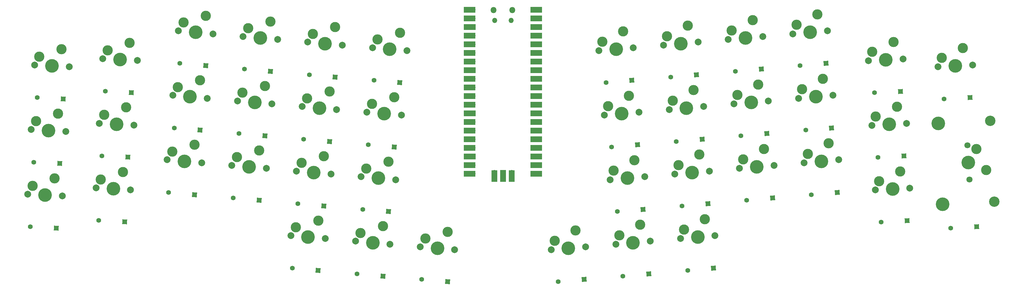
<source format=gbr>
G04 #@! TF.GenerationSoftware,KiCad,Pcbnew,8.0.3*
G04 #@! TF.CreationDate,2024-08-04T13:44:25+09:00*
G04 #@! TF.ProjectId,first_keyboard,66697273-745f-46b6-9579-626f6172642e,rev?*
G04 #@! TF.SameCoordinates,Original*
G04 #@! TF.FileFunction,Soldermask,Top*
G04 #@! TF.FilePolarity,Negative*
%FSLAX46Y46*%
G04 Gerber Fmt 4.6, Leading zero omitted, Abs format (unit mm)*
G04 Created by KiCad (PCBNEW 8.0.3) date 2024-08-04 13:44:25*
%MOMM*%
%LPD*%
G01*
G04 APERTURE LIST*
G04 Aperture macros list*
%AMRotRect*
0 Rectangle, with rotation*
0 The origin of the aperture is its center*
0 $1 length*
0 $2 width*
0 $3 Rotation angle, in degrees counterclockwise*
0 Add horizontal line*
21,1,$1,$2,0,0,$3*%
G04 Aperture macros list end*
%ADD10RotRect,1.397000X1.397000X185.000000*%
%ADD11C,1.397000*%
%ADD12RotRect,1.397000X1.397000X183.000000*%
%ADD13RotRect,1.397000X1.397000X177.000000*%
%ADD14RotRect,1.397000X1.397000X175.000000*%
%ADD15C,2.000000*%
%ADD16C,3.000000*%
%ADD17C,4.000000*%
%ADD18C,3.050000*%
%ADD19C,1.800000*%
%ADD20O,1.800000X1.800000*%
%ADD21O,1.500000X1.500000*%
%ADD22O,1.700000X1.700000*%
%ADD23R,3.500000X1.700000*%
%ADD24R,1.700000X1.700000*%
%ADD25R,1.700000X3.500000*%
G04 APERTURE END LIST*
D10*
X255456745Y-177472751D03*
D11*
X247865741Y-178136881D03*
D12*
X351303278Y-144569738D03*
D11*
X343693722Y-144968542D03*
D10*
X271113621Y-137857416D03*
D11*
X263522617Y-138521546D03*
D13*
X103318780Y-181161302D03*
D11*
X95709224Y-180762498D03*
D10*
X312389272Y-172491800D03*
D11*
X304798268Y-173155930D03*
D14*
X160121436Y-195454073D03*
D11*
X152530432Y-194789943D03*
D15*
X138098864Y-126597656D03*
D16*
X139585407Y-124178010D03*
D17*
X143159533Y-127040407D03*
D16*
X146132619Y-122201114D03*
D15*
X148220202Y-127483158D03*
X119121355Y-124937340D03*
D16*
X120607898Y-122517694D03*
D17*
X124182024Y-125380091D03*
D16*
X127155110Y-120540798D03*
D15*
X129242693Y-125822842D03*
D10*
X291751447Y-155174608D03*
D11*
X284160443Y-155838738D03*
D15*
X228453222Y-189396636D03*
D16*
X229497014Y-186755614D03*
D17*
X233513891Y-188953885D03*
D16*
X235601477Y-183671840D03*
D15*
X238574560Y-188511134D03*
D10*
X274434254Y-175812434D03*
D11*
X266843250Y-176476564D03*
D13*
X85306277Y-144968541D03*
D11*
X77696721Y-144569737D03*
D14*
X123826735Y-173155930D03*
D11*
X116235731Y-172491800D03*
D15*
X245770414Y-168758810D03*
D16*
X246814206Y-166117788D03*
D17*
X250831083Y-168316059D03*
D16*
X252918669Y-163034014D03*
D15*
X255891752Y-167873308D03*
D14*
X180759262Y-178136881D03*
D11*
X173168258Y-177472751D03*
D12*
X330921779Y-142777540D03*
D11*
X323312223Y-143176344D03*
D10*
X252136112Y-139517733D03*
D11*
X244545108Y-140181863D03*
D15*
X341926961Y-135523060D03*
D16*
X343062288Y-132920075D03*
D17*
X347000000Y-135257193D03*
D16*
X349270653Y-130051222D03*
D15*
X352073039Y-134991326D03*
D12*
X331918779Y-161801432D03*
D11*
X324309223Y-162200236D03*
D14*
X184079895Y-140181863D03*
D11*
X176488891Y-139517733D03*
D15*
X75929960Y-154015220D03*
D16*
X77331153Y-151545171D03*
D17*
X81002999Y-154281088D03*
D16*
X83805385Y-149340983D03*
D15*
X86076038Y-154546956D03*
D13*
X84309277Y-163992433D03*
D11*
X76699721Y-163593629D03*
D15*
X155416056Y-147235483D03*
D16*
X156902599Y-144815837D03*
D17*
X160476725Y-147678234D03*
D16*
X163449811Y-142838941D03*
D15*
X165537394Y-148120985D03*
D14*
X144464560Y-155838738D03*
D11*
X136873556Y-155174608D03*
D13*
X105312780Y-143113516D03*
D11*
X97703224Y-142714712D03*
D15*
X95936464Y-152160194D03*
D16*
X97337657Y-149690143D03*
D17*
X101009502Y-152426061D03*
D16*
X103811888Y-147485956D03*
D15*
X106082540Y-152691928D03*
X247430732Y-187736320D03*
D16*
X248474524Y-185095298D03*
D17*
X252491401Y-187293569D03*
D16*
X254578987Y-182011524D03*
D15*
X257552070Y-186850818D03*
D14*
X142804244Y-174816247D03*
D11*
X135213240Y-174152117D03*
D10*
X293411763Y-174152117D03*
D11*
X285820759Y-174816247D03*
D15*
X323539462Y-171778646D03*
D16*
X324674788Y-169175660D03*
D17*
X328612500Y-171512779D03*
D16*
X330883155Y-166306807D03*
D15*
X333685538Y-171246912D03*
X261427289Y-129143477D03*
D16*
X262471081Y-126502455D03*
D17*
X266487958Y-128700726D03*
D16*
X268575544Y-123418681D03*
D15*
X271548627Y-128257975D03*
X280404799Y-127483159D03*
D16*
X281448591Y-124842137D03*
D17*
X285465468Y-127040408D03*
D16*
X287553054Y-121758363D03*
D15*
X290526137Y-126597657D03*
X134778231Y-164552675D03*
D16*
X136264774Y-162133029D03*
D17*
X139838900Y-164995426D03*
D16*
X142811986Y-160156133D03*
D15*
X144899569Y-165438177D03*
D13*
X104315780Y-162137409D03*
D11*
X96706224Y-161738605D03*
D14*
X198076454Y-198774707D03*
D11*
X190485450Y-198110577D03*
D12*
X353297276Y-182617522D03*
D11*
X345687720Y-183016326D03*
D10*
X257117062Y-196450260D03*
D11*
X249526058Y-197114390D03*
D15*
X299382308Y-125822842D03*
D16*
X300426100Y-123181820D03*
D17*
X304442977Y-125380091D03*
D16*
X306530563Y-120098046D03*
D15*
X309503646Y-124937340D03*
X136438547Y-145575167D03*
D16*
X137925090Y-143155521D03*
D17*
X141499216Y-146017918D03*
D16*
X144472302Y-141178625D03*
D15*
X146559885Y-146460669D03*
D18*
X357241097Y-151418364D03*
D17*
X342021982Y-152215964D03*
D19*
X350607620Y-158595368D03*
D16*
X353210605Y-159730695D03*
D17*
X350873487Y-163668407D03*
D16*
X356079458Y-165939060D03*
D19*
X351139354Y-168741446D03*
D17*
X343267577Y-175983346D03*
D18*
X358486692Y-175185747D03*
D10*
X309068639Y-134536782D03*
D11*
X301477635Y-135200912D03*
D15*
X190050440Y-188511136D03*
D16*
X191536983Y-186091490D03*
D17*
X195111109Y-188953887D03*
D16*
X198084195Y-184114594D03*
D15*
X200171778Y-189396638D03*
D10*
X290091130Y-136197099D03*
D11*
X282500126Y-136861229D03*
D15*
X242449780Y-130803793D03*
D16*
X243493572Y-128162771D03*
D17*
X247510449Y-130361042D03*
D16*
X249598035Y-125078997D03*
D15*
X252571118Y-129918291D03*
D10*
X253796429Y-158495242D03*
D11*
X246205425Y-159159372D03*
D14*
X161781753Y-176476564D03*
D11*
X154190749Y-175812434D03*
D15*
X302702941Y-163777860D03*
D16*
X303746733Y-161136838D03*
D17*
X307763610Y-163335109D03*
D16*
X309851196Y-158053064D03*
D15*
X312824279Y-162892358D03*
X322542461Y-152754755D03*
D16*
X323677787Y-150151769D03*
D17*
X327615499Y-152488888D03*
D16*
X329886154Y-147282916D03*
D15*
X332688537Y-152223021D03*
D10*
X310728956Y-153514291D03*
D11*
X303137952Y-154178421D03*
D10*
X238139553Y-198110577D03*
D11*
X230548549Y-198774707D03*
D15*
X74932959Y-173039112D03*
D16*
X76334152Y-170569063D03*
D17*
X80005998Y-173304980D03*
D16*
X82808384Y-168364875D03*
D15*
X85079037Y-173570848D03*
D14*
X146124877Y-136861229D03*
D11*
X138533873Y-136197099D03*
D15*
X263087607Y-148120984D03*
D16*
X264131399Y-145479962D03*
D17*
X268148276Y-147678233D03*
D16*
X270235862Y-142396188D03*
D15*
X273208945Y-147235482D03*
D12*
X332915779Y-180825325D03*
D11*
X325306223Y-181224129D03*
D15*
X96933462Y-133136301D03*
D16*
X98334655Y-130666250D03*
D17*
X102006500Y-133402168D03*
D16*
X104808886Y-128462063D03*
D15*
X107079538Y-133668035D03*
X283725434Y-165438177D03*
D16*
X284769226Y-162797155D03*
D17*
X288786103Y-164995426D03*
D16*
X290873689Y-159713381D03*
D15*
X293846772Y-164552675D03*
X282065115Y-146460670D03*
D16*
X283108907Y-143819648D03*
D17*
X287125784Y-146017919D03*
D16*
X289213370Y-140735874D03*
D15*
X292186453Y-145575168D03*
D14*
X163442069Y-157499055D03*
D11*
X155851065Y-156834925D03*
D15*
X264747926Y-167098494D03*
D16*
X265791718Y-164457472D03*
D17*
X269808595Y-166655743D03*
D16*
X271896181Y-161373698D03*
D15*
X274869264Y-166212992D03*
X176053882Y-129918291D03*
D16*
X177540425Y-127498645D03*
D17*
X181114551Y-130361042D03*
D16*
X184087637Y-125521749D03*
D15*
X186175220Y-130803793D03*
X321545463Y-133730862D03*
D16*
X322680789Y-131127876D03*
D17*
X326618501Y-133464995D03*
D16*
X328889156Y-128259023D03*
D15*
X331691539Y-133199128D03*
D14*
X182419578Y-159159372D03*
D11*
X174828574Y-158495242D03*
D13*
X83312277Y-183016327D03*
D11*
X75702721Y-182617523D03*
D14*
X125487051Y-154178421D03*
D11*
X117896047Y-153514291D03*
D15*
X153755738Y-166212990D03*
D16*
X155242281Y-163793344D03*
D17*
X158816407Y-166655741D03*
D16*
X161789493Y-161816448D03*
D15*
X163877076Y-167098492D03*
X266408242Y-186076003D03*
D16*
X267452034Y-183434981D03*
D17*
X271468911Y-185633252D03*
D16*
X273556497Y-180351207D03*
D15*
X276529580Y-185190501D03*
X76926961Y-134991325D03*
D16*
X78328154Y-132521276D03*
D17*
X82000000Y-135257193D03*
D16*
X84802386Y-130317088D03*
D15*
X87073039Y-135523061D03*
X117461039Y-143914849D03*
D16*
X118947582Y-141495203D03*
D17*
X122521708Y-144357600D03*
D16*
X125494794Y-139518307D03*
D15*
X127582377Y-144800351D03*
X301042625Y-144800351D03*
D16*
X302086417Y-142159329D03*
D17*
X306103294Y-144357600D03*
D16*
X308190880Y-139075555D03*
D15*
X311163963Y-143914849D03*
X244110097Y-149781300D03*
D16*
X245153889Y-147140278D03*
D17*
X249170766Y-149338549D03*
D16*
X251258352Y-144056504D03*
D15*
X254231435Y-148895798D03*
X172733248Y-167873308D03*
D16*
X174219791Y-165453662D03*
D17*
X177793917Y-168316059D03*
D16*
X180767003Y-163476766D03*
D15*
X182854586Y-168758810D03*
D14*
X127147368Y-135200912D03*
D11*
X119556364Y-134536782D03*
D14*
X165102386Y-138521546D03*
D11*
X157511382Y-137857416D03*
D15*
X94939462Y-171184083D03*
D16*
X96340655Y-168714032D03*
D17*
X100012500Y-171449950D03*
D16*
X102814886Y-166509845D03*
D15*
X105085538Y-171715817D03*
X152095423Y-185190501D03*
D16*
X153581966Y-182770855D03*
D17*
X157156092Y-185633252D03*
D16*
X160129178Y-180793959D03*
D15*
X162216761Y-186076003D03*
X157076374Y-128257974D03*
D16*
X158562917Y-125838328D03*
D17*
X162137043Y-128700725D03*
D16*
X165110129Y-123861432D03*
D15*
X167197712Y-129143476D03*
D10*
X272773938Y-156834925D03*
D11*
X265182934Y-157499055D03*
D14*
X179098945Y-197114390D03*
D11*
X171507941Y-196450260D03*
D15*
X174393566Y-148895801D03*
D16*
X175880109Y-146476155D03*
D17*
X179454235Y-149338552D03*
D16*
X182427321Y-144499259D03*
D15*
X184514904Y-149781303D03*
D10*
X276094571Y-194789943D03*
D11*
X268503567Y-195454073D03*
D15*
X115800722Y-162892358D03*
D16*
X117287265Y-160472712D03*
D17*
X120861391Y-163335109D03*
D16*
X123834477Y-158495816D03*
D15*
X125922060Y-163777860D03*
X171072932Y-186850817D03*
D16*
X172559475Y-184431171D03*
D17*
X176133601Y-187293568D03*
D16*
X179106687Y-182454275D03*
D15*
X181194270Y-187736319D03*
D20*
X211587500Y-118875000D03*
D21*
X211887500Y-121905000D03*
X216737500Y-121905000D03*
D20*
X217037500Y-118875000D03*
D22*
X205422500Y-118745000D03*
D23*
X204522500Y-118745000D03*
D22*
X205422500Y-121285000D03*
D23*
X204522500Y-121285000D03*
D24*
X205422500Y-123825000D03*
D23*
X204522500Y-123825000D03*
D22*
X205422500Y-126365000D03*
D23*
X204522500Y-126365000D03*
D22*
X205422500Y-128905000D03*
D23*
X204522500Y-128905000D03*
D22*
X205422500Y-131445000D03*
D23*
X204522500Y-131445000D03*
D22*
X205422500Y-133985000D03*
D23*
X204522500Y-133985000D03*
D24*
X205422500Y-136525000D03*
D23*
X204522500Y-136525000D03*
D22*
X205422500Y-139065000D03*
D23*
X204522500Y-139065000D03*
D22*
X205422500Y-141605000D03*
D23*
X204522500Y-141605000D03*
D22*
X205422500Y-144145000D03*
D23*
X204522500Y-144145000D03*
D22*
X205422500Y-146685000D03*
D23*
X204522500Y-146685000D03*
D24*
X205422500Y-149225000D03*
D23*
X204522500Y-149225000D03*
D22*
X205422500Y-151765000D03*
D23*
X204522500Y-151765000D03*
D22*
X205422500Y-154305000D03*
D23*
X204522500Y-154305000D03*
D22*
X205422500Y-156845000D03*
D23*
X204522500Y-156845000D03*
D22*
X205422500Y-159385000D03*
D23*
X204522500Y-159385000D03*
D24*
X205422500Y-161925000D03*
D23*
X204522500Y-161925000D03*
D22*
X205422500Y-164465000D03*
D23*
X204522500Y-164465000D03*
D22*
X205422500Y-167005000D03*
D23*
X204522500Y-167005000D03*
D22*
X223202500Y-167005000D03*
D23*
X224102500Y-167005000D03*
D22*
X223202500Y-164465000D03*
D23*
X224102500Y-164465000D03*
D24*
X223202500Y-161925000D03*
D23*
X224102500Y-161925000D03*
D22*
X223202500Y-159385000D03*
D23*
X224102500Y-159385000D03*
D22*
X223202500Y-156845000D03*
D23*
X224102500Y-156845000D03*
D22*
X223202500Y-154305000D03*
D23*
X224102500Y-154305000D03*
D22*
X223202500Y-151765000D03*
D23*
X224102500Y-151765000D03*
D24*
X223202500Y-149225000D03*
D23*
X224102500Y-149225000D03*
D22*
X223202500Y-146685000D03*
D23*
X224102500Y-146685000D03*
D22*
X223202500Y-144145000D03*
D23*
X224102500Y-144145000D03*
D22*
X223202500Y-141605000D03*
D23*
X224102500Y-141605000D03*
D22*
X223202500Y-139065000D03*
D23*
X224102500Y-139065000D03*
D24*
X223202500Y-136525000D03*
D23*
X224102500Y-136525000D03*
D22*
X223202500Y-133985000D03*
D23*
X224102500Y-133985000D03*
D22*
X223202500Y-131445000D03*
D23*
X224102500Y-131445000D03*
D22*
X223202500Y-128905000D03*
D23*
X224102500Y-128905000D03*
D22*
X223202500Y-126365000D03*
D23*
X224102500Y-126365000D03*
D24*
X223202500Y-123825000D03*
D23*
X224102500Y-123825000D03*
D22*
X223202500Y-121285000D03*
D23*
X224102500Y-121285000D03*
D22*
X223202500Y-118745000D03*
D23*
X224102500Y-118745000D03*
D22*
X211772500Y-166775000D03*
D25*
X211772500Y-167675000D03*
D24*
X214312500Y-166775000D03*
D25*
X214312500Y-167675000D03*
D22*
X216852500Y-166775000D03*
D25*
X216852500Y-167675000D03*
M02*

</source>
